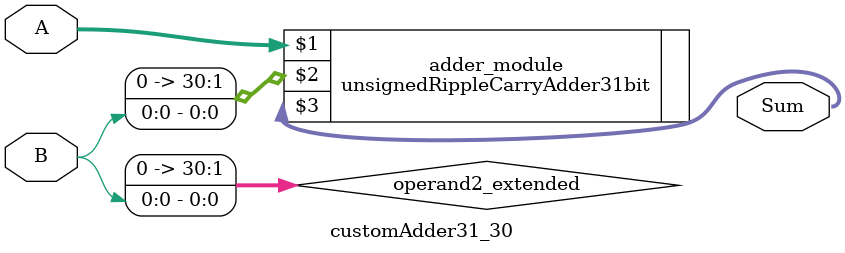
<source format=v>

module customAdder31_30(
                    input [30 : 0] A,
                    input [0 : 0] B,
                    
                    output [31 : 0] Sum
            );

    wire [30 : 0] operand2_extended;
    
    assign operand2_extended =  {30'b0, B};
    
    unsignedRippleCarryAdder31bit adder_module(
        A,
        operand2_extended,
        Sum
    );
    
endmodule
        
</source>
